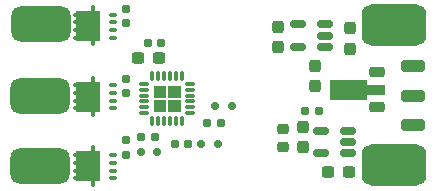
<source format=gbr>
%TF.GenerationSoftware,KiCad,Pcbnew,8.0.8*%
%TF.CreationDate,2025-04-24T20:57:55+02:00*%
%TF.ProjectId,ESC_PCB,4553435f-5043-4422-9e6b-696361645f70,rev?*%
%TF.SameCoordinates,Original*%
%TF.FileFunction,Paste,Top*%
%TF.FilePolarity,Positive*%
%FSLAX46Y46*%
G04 Gerber Fmt 4.6, Leading zero omitted, Abs format (unit mm)*
G04 Created by KiCad (PCBNEW 8.0.8) date 2025-04-24 20:57:55*
%MOMM*%
%LPD*%
G01*
G04 APERTURE LIST*
G04 Aperture macros list*
%AMRoundRect*
0 Rectangle with rounded corners*
0 $1 Rounding radius*
0 $2 $3 $4 $5 $6 $7 $8 $9 X,Y pos of 4 corners*
0 Add a 4 corners polygon primitive as box body*
4,1,4,$2,$3,$4,$5,$6,$7,$8,$9,$2,$3,0*
0 Add four circle primitives for the rounded corners*
1,1,$1+$1,$2,$3*
1,1,$1+$1,$4,$5*
1,1,$1+$1,$6,$7*
1,1,$1+$1,$8,$9*
0 Add four rect primitives between the rounded corners*
20,1,$1+$1,$2,$3,$4,$5,0*
20,1,$1+$1,$4,$5,$6,$7,0*
20,1,$1+$1,$6,$7,$8,$9,0*
20,1,$1+$1,$8,$9,$2,$3,0*%
%AMOutline4P*
0 Free polygon, 4 corners , with rotation*
0 The origin of the aperture is its center*
0 number of corners: always 4*
0 $1 to $8 corner X, Y*
0 $9 Rotation angle, in degrees counterclockwise*
0 create outline with 4 corners*
4,1,4,$1,$2,$3,$4,$5,$6,$7,$8,$1,$2,$9*%
%AMFreePoly0*
4,1,9,3.862500,-0.866500,0.737500,-0.866500,0.737500,-0.450000,-0.737500,-0.450000,-0.737500,0.450000,0.737500,0.450000,0.737500,0.866500,3.862500,0.866500,3.862500,-0.866500,3.862500,-0.866500,$1*%
G04 Aperture macros list end*
%ADD10C,0.010000*%
%ADD11RoundRect,0.750000X1.750000X-0.750000X1.750000X0.750000X-1.750000X0.750000X-1.750000X-0.750000X0*%
%ADD12RoundRect,0.160000X-0.197500X-0.160000X0.197500X-0.160000X0.197500X0.160000X-0.197500X0.160000X0*%
%ADD13RoundRect,0.150000X0.150000X0.200000X-0.150000X0.200000X-0.150000X-0.200000X0.150000X-0.200000X0*%
%ADD14RoundRect,0.875000X1.875000X-0.875000X1.875000X0.875000X-1.875000X0.875000X-1.875000X-0.875000X0*%
%ADD15RoundRect,0.080000X-0.420000X-0.080000X0.420000X-0.080000X0.420000X0.080000X-0.420000X0.080000X0*%
%ADD16Outline4P,-1.245000X-1.050000X1.245000X-1.050000X1.245000X1.050000X-1.245000X1.050000X90.000000*%
%ADD17RoundRect,0.080000X0.080000X-0.220000X0.080000X0.220000X-0.080000X0.220000X-0.080000X-0.220000X0*%
%ADD18RoundRect,0.080000X-0.220000X-0.080000X0.220000X-0.080000X0.220000X0.080000X-0.220000X0.080000X0*%
%ADD19RoundRect,0.155000X0.212500X0.155000X-0.212500X0.155000X-0.212500X-0.155000X0.212500X-0.155000X0*%
%ADD20RoundRect,0.150000X0.512500X0.150000X-0.512500X0.150000X-0.512500X-0.150000X0.512500X-0.150000X0*%
%ADD21RoundRect,0.237500X-0.237500X0.300000X-0.237500X-0.300000X0.237500X-0.300000X0.237500X0.300000X0*%
%ADD22RoundRect,0.250000X0.750000X-0.250000X0.750000X0.250000X-0.750000X0.250000X-0.750000X-0.250000X0*%
%ADD23RoundRect,0.225000X0.425000X0.225000X-0.425000X0.225000X-0.425000X-0.225000X0.425000X-0.225000X0*%
%ADD24FreePoly0,180.000000*%
%ADD25RoundRect,0.237500X0.300000X0.237500X-0.300000X0.237500X-0.300000X-0.237500X0.300000X-0.237500X0*%
%ADD26RoundRect,0.218750X-0.256250X0.218750X-0.256250X-0.218750X0.256250X-0.218750X0.256250X0.218750X0*%
%ADD27RoundRect,0.237500X0.237500X-0.300000X0.237500X0.300000X-0.237500X0.300000X-0.237500X-0.300000X0*%
%ADD28RoundRect,0.160000X-0.160000X0.197500X-0.160000X-0.197500X0.160000X-0.197500X0.160000X0.197500X0*%
%ADD29RoundRect,0.160000X0.160000X-0.197500X0.160000X0.197500X-0.160000X0.197500X-0.160000X-0.197500X0*%
%ADD30RoundRect,0.067500X-0.067500X0.347500X-0.067500X-0.347500X0.067500X-0.347500X0.067500X0.347500X0*%
%ADD31RoundRect,0.067500X-0.347500X0.067500X-0.347500X-0.067500X0.347500X-0.067500X0.347500X0.067500X0*%
%ADD32RoundRect,0.750000X-1.750000X0.750000X-1.750000X-0.750000X1.750000X-0.750000X1.750000X0.750000X0*%
G04 APERTURE END LIST*
D10*
%TO.C,U6*%
X84560000Y-52120000D02*
X83600000Y-52120000D01*
X83600000Y-51160000D01*
X84560000Y-51160000D01*
X84560000Y-52120000D01*
G36*
X84560000Y-52120000D02*
G01*
X83600000Y-52120000D01*
X83600000Y-51160000D01*
X84560000Y-51160000D01*
X84560000Y-52120000D01*
G37*
X84560000Y-53340000D02*
X83600000Y-53340000D01*
X83600000Y-52380000D01*
X84560000Y-52380000D01*
X84560000Y-53340000D01*
G36*
X84560000Y-53340000D02*
G01*
X83600000Y-53340000D01*
X83600000Y-52380000D01*
X84560000Y-52380000D01*
X84560000Y-53340000D01*
G37*
X85780000Y-52120000D02*
X84820000Y-52120000D01*
X84820000Y-51160000D01*
X85780000Y-51160000D01*
X85780000Y-52120000D01*
G36*
X85780000Y-52120000D02*
G01*
X84820000Y-52120000D01*
X84820000Y-51160000D01*
X85780000Y-51160000D01*
X85780000Y-52120000D01*
G37*
X85780000Y-53340000D02*
X84820000Y-53340000D01*
X84820000Y-52380000D01*
X85780000Y-52380000D01*
X85780000Y-53340000D01*
G36*
X85780000Y-53340000D02*
G01*
X84820000Y-53340000D01*
X84820000Y-52380000D01*
X85780000Y-52380000D01*
X85780000Y-53340000D01*
G37*
%TD*%
D11*
%TO.C,TP9*%
X74050000Y-45950000D03*
%TD*%
D12*
%TO.C,R11*%
X96352500Y-53320000D03*
X97547500Y-53320000D03*
%TD*%
D13*
%TO.C,D2*%
X87600000Y-56100000D03*
X89000000Y-56100000D03*
%TD*%
D14*
%TO.C,J2*%
X103950000Y-46050000D03*
%TD*%
D15*
%TO.C,Q5*%
X77250000Y-51150000D03*
X77250000Y-51800000D03*
X77250000Y-52450000D03*
X77250000Y-53100000D03*
D16*
X78050000Y-52100000D03*
D17*
X78400000Y-50650000D03*
X78400000Y-53500000D03*
D18*
X80100000Y-51150000D03*
X80100000Y-51800000D03*
X80100000Y-52450000D03*
X80100000Y-53100000D03*
%TD*%
D19*
%TO.C,C11*%
X83667500Y-55500000D03*
X82532500Y-55500000D03*
%TD*%
%TO.C,C9*%
X89267500Y-54300000D03*
X88132500Y-54300000D03*
%TD*%
D20*
%TO.C,U2*%
X98102499Y-47880000D03*
X98102499Y-46930000D03*
X98102499Y-45980000D03*
X95827499Y-45980000D03*
X95827499Y-47880000D03*
%TD*%
D21*
%TO.C,C3*%
X94084999Y-46170000D03*
X94084999Y-47895000D03*
%TD*%
D14*
%TO.C,J3*%
X103950000Y-57900000D03*
%TD*%
D22*
%TO.C,TP5*%
X105500000Y-54500000D03*
%TD*%
D23*
%TO.C,U4*%
X102450000Y-53000000D03*
D24*
X102362500Y-51500000D03*
D23*
X102450000Y-50000000D03*
%TD*%
D13*
%TO.C,D1*%
X88800000Y-52900000D03*
X90200000Y-52900000D03*
%TD*%
D25*
%TO.C,C8*%
X84015000Y-48810000D03*
X82290000Y-48810000D03*
%TD*%
D26*
%TO.C,D4*%
X94560000Y-54805000D03*
X94560000Y-56380000D03*
%TD*%
D27*
%TO.C,C4*%
X96250000Y-56362500D03*
X96250000Y-54637500D03*
%TD*%
D11*
%TO.C,TP11*%
X73950000Y-57950000D03*
%TD*%
D15*
%TO.C,Q4*%
X77250000Y-57050000D03*
X77250000Y-57700000D03*
X77250000Y-58350000D03*
X77250000Y-59000000D03*
D16*
X78050000Y-58000000D03*
D17*
X78400000Y-56550000D03*
X78400000Y-59400000D03*
D18*
X80100000Y-57050000D03*
X80100000Y-57700000D03*
X80100000Y-58350000D03*
X80100000Y-59000000D03*
%TD*%
D19*
%TO.C,C12*%
X84217500Y-47540000D03*
X83082500Y-47540000D03*
%TD*%
D21*
%TO.C,C2*%
X100230000Y-46300000D03*
X100230000Y-48025000D03*
%TD*%
D19*
%TO.C,C10*%
X86500000Y-56100000D03*
X85365000Y-56100000D03*
%TD*%
D25*
%TO.C,C23*%
X100075000Y-58480000D03*
X98350000Y-58480000D03*
%TD*%
D28*
%TO.C,R17*%
X81200000Y-55802500D03*
X81200000Y-56997500D03*
%TD*%
D29*
%TO.C,R15*%
X81200000Y-45897500D03*
X81200000Y-44702500D03*
%TD*%
D15*
%TO.C,Q6*%
X77250000Y-45150000D03*
X77250000Y-45800000D03*
X77250000Y-46450000D03*
X77250000Y-47100000D03*
D16*
X78050000Y-46100000D03*
D17*
X78400000Y-44650000D03*
X78400000Y-47500000D03*
D18*
X80100000Y-45150000D03*
X80100000Y-45800000D03*
X80100000Y-46450000D03*
X80100000Y-47100000D03*
%TD*%
D20*
%TO.C,U3*%
X100000000Y-56900000D03*
X100000000Y-55950000D03*
X100000000Y-55000000D03*
X97725000Y-55000000D03*
X97725000Y-56900000D03*
%TD*%
D30*
%TO.C,U6*%
X85940000Y-50310000D03*
X85440000Y-50310000D03*
X84940000Y-50310000D03*
X84440000Y-50310000D03*
X83940000Y-50310000D03*
X83440000Y-50310000D03*
D31*
X82750000Y-51000000D03*
X82750000Y-51500000D03*
X82750000Y-52000000D03*
X82750000Y-52500000D03*
X82750000Y-53000000D03*
X82750000Y-53500000D03*
D30*
X83440000Y-54190000D03*
X83940000Y-54190000D03*
X84440000Y-54190000D03*
X84940000Y-54190000D03*
X85440000Y-54190000D03*
X85940000Y-54190000D03*
D31*
X86630000Y-53500000D03*
X86630000Y-53000000D03*
X86630000Y-52500000D03*
X86630000Y-52000000D03*
X86630000Y-51500000D03*
X86630000Y-51000000D03*
%TD*%
D22*
%TO.C,TP7*%
X105500000Y-49500000D03*
%TD*%
D32*
%TO.C,TP10*%
X73950000Y-52050000D03*
%TD*%
D29*
%TO.C,R13*%
X81200000Y-51797500D03*
X81200000Y-50602500D03*
%TD*%
D13*
%TO.C,D3*%
X82500000Y-56800000D03*
X83900000Y-56800000D03*
%TD*%
D22*
%TO.C,TP6*%
X105500000Y-52000000D03*
%TD*%
D21*
%TO.C,C1*%
X97280000Y-49460000D03*
X97280000Y-51185000D03*
%TD*%
M02*

</source>
